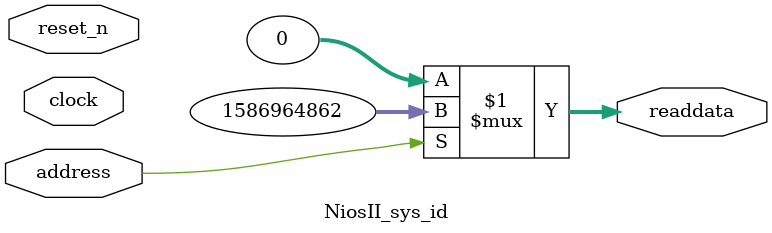
<source format=v>

`timescale 1ns / 1ps
// synthesis translate_on

// turn off superfluous verilog processor warnings 
// altera message_level Level1 
// altera message_off 10034 10035 10036 10037 10230 10240 10030 

module NiosII_sys_id (
               // inputs:
                address,
                clock,
                reset_n,

               // outputs:
                readdata
             )
;

  output  [ 31: 0] readdata;
  input            address;
  input            clock;
  input            reset_n;

  wire    [ 31: 0] readdata;
  //control_slave, which is an e_avalon_slave
  assign readdata = address ? 1586964862 : 0;

endmodule




</source>
